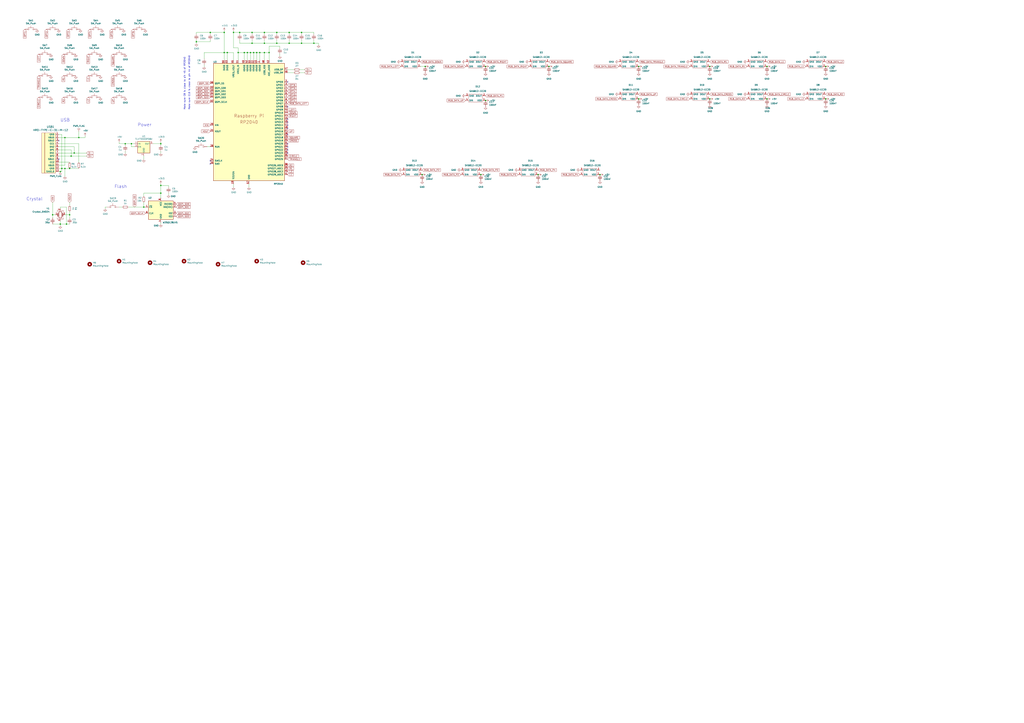
<source format=kicad_sch>
(kicad_sch (version 20211123) (generator eeschema)
  (paper "A1")
  (lib_symbols
    (symbol "Custom_LED:SK6812-20"
      (property "Reference" "D" (at 0 -10.16 0))
      (property "Value" "SK6812-20" (at 0 0 0))
      (symbol "SK6812-20_1_1"
        (pin power_in line (at 8.89 -7.62 180) (length 2.54) (name "VDD") (number "1"))
        (pin output line (at 8.89 -3.81 180) (length 2.54) (name "DOUT") (number "2"))
        (pin power_out line (at -7.62 -3.81 0) (length 2.54) (name "GND") (number "3"))
        (pin input line (at -7.62 -7.62 0) (length 2.54) (name "DIN") (number "4"))
      )
    )
    (symbol "Device:C_Small" (pin_numbers hide) (pin_names (offset 0.254) hide)
      (property "Reference" "C" (at 0.254 1.778 0))
      (property "Value" "C_Small" (at 0.254 -2.032 0))
      (symbol "C_Small_1_1"
        (pin passive line (at 0 2.54 270) (length 2.032) (name "~") (number "1"))
        (pin passive line (at 0 -2.54 90) (length 2.032) (name "~") (number "2"))
      )
    )
    (symbol "Device:Crystal_GND24" (pin_names (offset 1.016) hide)
      (property "Reference" "Y" (at 3.175 5.08 0))
      (property "Value" "Crystal_GND24" (at 3.175 3.175 0))
      (symbol "Crystal_GND24_1_1"
        (pin passive line (at -3.81 0 0) (length 1.27) (name "1") (number "1"))
        (pin passive line (at 0 5.08 270) (length 1.27) (name "2") (number "2"))
        (pin passive line (at 3.81 0 180) (length 1.27) (name "3") (number "3"))
        (pin passive line (at 0 -5.08 90) (length 1.27) (name "4") (number "4"))
      )
    )
    (symbol "Device:R_Small" (pin_numbers hide) (pin_names (offset 0.254) hide)
      (property "Reference" "R" (at 0.762 0.508 0))
      (property "Value" "R_Small" (at 0.762 -1.016 0))
      (symbol "R_Small_1_1"
        (pin passive line (at 0 2.54 270) (length 0.762) (name "~") (number "1"))
        (pin passive line (at 0 -2.54 90) (length 0.762) (name "~") (number "2"))
      )
    )
    (symbol "Mechanical:MountingHole" (pin_names (offset 1.016))
      (property "Reference" "H" (at 0 5.08 0))
      (property "Value" "MountingHole" (at 0 3.175 0))
    )
    (symbol "Memory_Flash:W25Q128JVS"
      (property "Reference" "U" (at -8.89 8.89 0))
      (property "Value" "W25Q128JVS" (at 7.62 8.89 0))
      (symbol "W25Q128JVS_1_1"
        (pin input line (at -12.7 2.54 0) (length 2.54) (name "~{CS}") (number "1"))
        (pin bidirectional line (at 12.7 2.54 180) (length 2.54) (name "DO(IO1)") (number "2"))
        (pin bidirectional line (at 12.7 -2.54 180) (length 2.54) (name "IO2") (number "3"))
        (pin power_in line (at 0 -10.16 90) (length 2.54) (name "GND") (number "4"))
        (pin bidirectional line (at 12.7 5.08 180) (length 2.54) (name "DI(IO0)") (number "5"))
        (pin input line (at -12.7 -2.54 0) (length 2.54) (name "CLK") (number "6"))
        (pin bidirectional line (at 12.7 -5.08 180) (length 2.54) (name "IO3") (number "7"))
        (pin power_in line (at 0 10.16 270) (length 2.54) (name "VCC") (number "8"))
      )
    )
    (symbol "RP2040:RP2040" (pin_names (offset 1.016))
      (property "Reference" "U" (at -29.21 49.53 0))
      (property "Value" "RP2040" (at 24.13 -49.53 0))
      (symbol "RP2040_0_0"
        (text "Raspberry Pi" (at 0 5.08 0) (effects (font (size 2.54 2.54))))
        (text "RP2040" (at 0 0 0) (effects (font (size 2.54 2.54))))
      )
      (symbol "RP2040_1_1"
        (pin power_in line (at 8.89 50.8 270) (length 2.54) (name "IOVDD") (number "1"))
        (pin power_in line (at 6.35 50.8 270) (length 2.54) (name "IOVDD") (number "10"))
        (pin bidirectional line (at 31.75 12.7 180) (length 2.54) (name "GPIO8") (number "11"))
        (pin bidirectional line (at 31.75 10.16 180) (length 2.54) (name "GPIO9") (number "12"))
        (pin bidirectional line (at 31.75 7.62 180) (length 2.54) (name "GPIO10") (number "13"))
        (pin bidirectional line (at 31.75 5.08 180) (length 2.54) (name "GPIO11") (number "14"))
        (pin bidirectional line (at 31.75 2.54 180) (length 2.54) (name "GPIO12") (number "15"))
        (pin bidirectional line (at 31.75 0 180) (length 2.54) (name "GPIO13") (number "16"))
        (pin bidirectional line (at 31.75 -2.54 180) (length 2.54) (name "GPIO14") (number "17"))
        (pin bidirectional line (at 31.75 -5.08 180) (length 2.54) (name "GPIO15") (number "18"))
        (pin passive line (at -12.7 -50.8 90) (length 2.54) (name "TESTEN") (number "19"))
        (pin bidirectional line (at 31.75 33.02 180) (length 2.54) (name "GPIO0") (number "2"))
        (pin input line (at -31.75 -2.54 0) (length 2.54) (name "XIN") (number "20"))
        (pin passive line (at -31.75 -7.62 0) (length 2.54) (name "XOUT") (number "21"))
        (pin power_in line (at 3.81 50.8 270) (length 2.54) (name "IOVDD") (number "22"))
        (pin power_in line (at -17.78 50.8 270) (length 2.54) (name "DVDD") (number "23"))
        (pin output line (at -31.75 -31.75 0) (length 2.54) (name "SWCLK") (number "24"))
        (pin bidirectional line (at -31.75 -34.29 0) (length 2.54) (name "SWD") (number "25"))
        (pin input line (at -31.75 -20.32 0) (length 2.54) (name "RUN") (number "26"))
        (pin bidirectional line (at 31.75 -7.62 180) (length 2.54) (name "GPIO16") (number "27"))
        (pin bidirectional line (at 31.75 -10.16 180) (length 2.54) (name "GPIO17") (number "28"))
        (pin bidirectional line (at 31.75 -12.7 180) (length 2.54) (name "GPIO18") (number "29"))
        (pin bidirectional line (at 31.75 30.48 180) (length 2.54) (name "GPIO1") (number "3"))
        (pin bidirectional line (at 31.75 -15.24 180) (length 2.54) (name "GPIO19") (number "30"))
        (pin bidirectional line (at 31.75 -17.78 180) (length 2.54) (name "GPIO20") (number "31"))
        (pin bidirectional line (at 31.75 -20.32 180) (length 2.54) (name "GPIO21") (number "32"))
        (pin power_in line (at 1.27 50.8 270) (length 2.54) (name "IOVDD") (number "33"))
        (pin bidirectional line (at 31.75 -22.86 180) (length 2.54) (name "GPIO22") (number "34"))
        (pin bidirectional line (at 31.75 -25.4 180) (length 2.54) (name "GPIO23") (number "35"))
        (pin bidirectional line (at 31.75 -27.94 180) (length 2.54) (name "GPIO24") (number "36"))
        (pin bidirectional line (at 31.75 -30.48 180) (length 2.54) (name "GPIO25") (number "37"))
        (pin bidirectional line (at 31.75 -35.56 180) (length 2.54) (name "GPIO26_ADC0") (number "38"))
        (pin bidirectional line (at 31.75 -38.1 180) (length 2.54) (name "GPIO27_ADC1") (number "39"))
        (pin bidirectional line (at 31.75 27.94 180) (length 2.54) (name "GPIO2") (number "4"))
        (pin bidirectional line (at 31.75 -40.64 180) (length 2.54) (name "GPIO28_ADC2") (number "40"))
        (pin bidirectional line (at 31.75 -43.18 180) (length 2.54) (name "GPIO29_ADC3") (number "41"))
        (pin power_in line (at -1.27 50.8 270) (length 2.54) (name "IOVDD") (number "42"))
        (pin power_in line (at 16.51 50.8 270) (length 2.54) (name "ADC_AVDD") (number "43"))
        (pin power_in line (at -8.89 50.8 270) (length 2.54) (name "VREG_IN") (number "44"))
        (pin power_out line (at -12.7 50.8 270) (length 2.54) (name "VREG_VOUT") (number "45"))
        (pin bidirectional line (at 31.75 40.64 180) (length 2.54) (name "USB_DM") (number "46"))
        (pin bidirectional line (at 31.75 43.18 180) (length 2.54) (name "USB_DP") (number "47"))
        (pin power_in line (at 12.7 50.8 270) (length 2.54) (name "USB_VDD") (number "48"))
        (pin power_in line (at -3.81 50.8 270) (length 2.54) (name "IOVDD") (number "49"))
        (pin bidirectional line (at 31.75 25.4 180) (length 2.54) (name "GPIO3") (number "5"))
        (pin power_in line (at -20.32 50.8 270) (length 2.54) (name "DVDD") (number "50"))
        (pin bidirectional line (at -31.75 20.32 0) (length 2.54) (name "QSPI_SD3") (number "51"))
        (pin output line (at -31.75 16.51 0) (length 2.54) (name "QSPI_SCLK") (number "52"))
        (pin bidirectional line (at -31.75 27.94 0) (length 2.54) (name "QSPI_SD0") (number "53"))
        (pin bidirectional line (at -31.75 22.86 0) (length 2.54) (name "QSPI_SD2") (number "54"))
        (pin bidirectional line (at -31.75 25.4 0) (length 2.54) (name "QSPI_SD1") (number "55"))
        (pin bidirectional line (at -31.75 31.75 0) (length 2.54) (name "QSPI_SS") (number "56"))
        (pin power_in line (at 0 -50.8 90) (length 2.54) (name "GND") (number "57"))
        (pin bidirectional line (at 31.75 22.86 180) (length 2.54) (name "GPIO4") (number "6"))
        (pin bidirectional line (at 31.75 20.32 180) (length 2.54) (name "GPIO5") (number "7"))
        (pin bidirectional line (at 31.75 17.78 180) (length 2.54) (name "GPIO6") (number "8"))
        (pin bidirectional line (at 31.75 15.24 180) (length 2.54) (name "GPIO7") (number "9"))
      )
    )
    (symbol "Regulator_Linear:TLV73333PDBV" (pin_names (offset 0.254))
      (property "Reference" "U" (at -3.81 5.715 0))
      (property "Value" "TLV73333PDBV" (at 0 5.715 0))
      (symbol "TLV73333PDBV_1_1"
        (pin power_in line (at -7.62 2.54 0) (length 2.54) (name "IN") (number "1"))
        (pin power_in line (at 0 -7.62 90) (length 2.54) (name "GND") (number "2"))
        (pin input line (at -7.62 0 0) (length 2.54) (name "EN") (number "3"))
        (pin no_connect line (at 5.08 0 180) (length 2.54) hide (name "NC") (number "4"))
        (pin power_out line (at 7.62 2.54 180) (length 2.54) (name "OUT") (number "5"))
      )
    )
    (symbol "Switch:SW_Push" (pin_numbers hide) (pin_names (offset 1.016) hide)
      (property "Reference" "SW" (at 1.27 2.54 0))
      (property "Value" "SW_Push" (at 0 -1.524 0))
      (symbol "SW_Push_0_1"
        (pin passive line (at -5.08 0 0) (length 2.54) (name "1") (number "1"))
        (pin passive line (at 5.08 0 180) (length 2.54) (name "2") (number "2"))
      )
    )
    (symbol "Type-C:HRO-TYPE-C-31-M-12" (pin_names (offset 1.016))
      (property "Reference" "USB" (at -5.08 16.51 0))
      (property "Value" "HRO-TYPE-C-31-M-12" (at -10.16 -1.27 90))
      (symbol "HRO-TYPE-C-31-M-12_1_1"
        (pin input line (at 2.54 13.97 180) (length 2.54) (name "GND") (number "1"))
        (pin input line (at 2.54 -8.89 180) (length 2.54) (name "CC2") (number "10"))
        (pin input line (at 2.54 -11.43 180) (length 2.54) (name "VBUS") (number "11"))
        (pin input line (at 2.54 -13.97 180) (length 2.54) (name "GND") (number "12"))
        (pin input line (at 2.54 -16.51 180) (length 2.54) (name "SHIELD") (number "13"))
        (pin input line (at 2.54 11.43 180) (length 2.54) (name "VBUS") (number "2"))
        (pin input line (at 2.54 8.89 180) (length 2.54) (name "SBU2") (number "3"))
        (pin input line (at 2.54 6.35 180) (length 2.54) (name "CC1") (number "4"))
        (pin input line (at 2.54 3.81 180) (length 2.54) (name "DN2") (number "5"))
        (pin input line (at 2.54 1.27 180) (length 2.54) (name "DP1") (number "6"))
        (pin input line (at 2.54 -1.27 180) (length 2.54) (name "DN1") (number "7"))
        (pin input line (at 2.54 -3.81 180) (length 2.54) (name "DP2") (number "8"))
        (pin input line (at 2.54 -6.35 180) (length 2.54) (name "SBU1") (number "9"))
      )
    )
    (symbol "power:+1V1" (power) (pin_names (offset 0))
      (property "Value" "+1V1" (at 0 3.556 0))
      (symbol "+1V1_1_1"
        (pin power_in line (at 0 0 90) (length 0) hide (name "+1V1") (number "1"))
      )
    )
    (symbol "power:+3V3" (power) (pin_names (offset 0))
      (property "Value" "+3V3" (at 0 3.556 0))
      (symbol "+3V3_1_1"
        (pin power_in line (at 0 0 90) (length 0) hide (name "+3V3") (number "1"))
      )
    )
    (symbol "power:+5V" (power) (pin_names (offset 0))
      (property "Value" "+5V" (at 0 3.556 0))
      (symbol "+5V_1_1"
        (pin power_in line (at 0 0 90) (length 0) hide (name "+5V") (number "1"))
      )
    )
    (symbol "power:GND" (power) (pin_names (offset 0))
      (property "Value" "GND" (at 0 -3.81 0))
      (symbol "GND_1_1"
        (pin power_in line (at 0 0 270) (length 0) hide (name "GND") (number "1"))
      )
    )
    (symbol "power:PWR_FLAG" (power) (pin_numbers hide) (pin_names (offset 0) hide)
      (property "Value" "PWR_FLAG" (at 0 3.81 0))
      (symbol "PWR_FLAG_0_0"
        (pin power_out line (at 0 0 90) (length 0) (name "pwr") (number "1"))
      )
    )
  )
  (junction (at 196.85 26.67))
  (junction (at 203.2 43.18))
  (junction (at 49.53 140.97))
  (junction (at 207.01 35.56))
  (junction (at 118.11 170.18))
  (junction (at 200.66 43.18))
  (junction (at 107.95 118.11))
  (junction (at 441.96 143.51))
  (junction (at 492.76 143.51))
  (junction (at 205.74 43.18))
  (junction (at 50.8 138.43))
  (junction (at 161.29 34.29))
  (junction (at 394.97 143.51))
  (junction (at 524.51 54.61))
  (junction (at 53.34 138.43))
  (junction (at 398.78 82.55))
  (junction (at 257.81 35.56))
  (junction (at 191.77 26.67))
  (junction (at 217.17 35.56))
  (junction (at 346.71 143.51))
  (junction (at 227.33 35.56))
  (junction (at 678.18 54.61))
  (junction (at 237.49 35.56))
  (junction (at 247.65 35.56))
  (junction (at 43.18 176.53))
  (junction (at 53.34 113.03))
  (junction (at 210.82 43.18))
  (junction (at 582.93 81.28))
  (junction (at 132.08 158.75))
  (junction (at 195.58 43.18))
  (junction (at 349.25 54.61))
  (junction (at 49.53 184.15))
  (junction (at 227.33 26.67))
  (junction (at 220.98 43.18))
  (junction (at 184.15 43.18))
  (junction (at 207.01 26.67))
  (junction (at 60.96 125.73))
  (junction (at 217.17 43.18))
  (junction (at 629.92 54.61))
  (junction (at 57.15 138.43))
  (junction (at 132.08 152.4))
  (junction (at 217.17 26.67))
  (junction (at 64.77 113.03))
  (junction (at 102.87 118.11))
  (junction (at 184.15 26.67))
  (junction (at 524.51 81.28))
  (junction (at 186.69 43.18))
  (junction (at 237.49 26.67))
  (junction (at 132.08 118.11))
  (junction (at 450.85 54.61))
  (junction (at 58.42 128.27))
  (junction (at 398.78 54.61))
  (junction (at 247.65 26.67))
  (junction (at 213.36 43.18))
  (junction (at 54.61 184.15))
  (junction (at 172.72 26.67))
  (junction (at 629.92 81.28))
  (junction (at 57.15 176.53))
  (junction (at 678.18 81.28))
  (junction (at 582.93 54.61))
  (junction (at 208.28 43.18))
  (no_connect (at 236.22 125.73))
  (no_connect (at 236.22 118.11))
  (no_connect (at 236.22 97.79))
  (no_connect (at 236.22 105.41))
  (no_connect (at 48.26 130.81))
  (no_connect (at 236.22 67.31))
  (no_connect (at 236.22 100.33))
  (no_connect (at 236.22 110.49))
  (no_connect (at 236.22 102.87))
  (no_connect (at 172.72 134.62))
  (no_connect (at 236.22 120.65))
  (no_connect (at 48.26 115.57))
  (no_connect (at 172.72 132.08))
  (no_connect (at 236.22 87.63))
  (no_connect (at 236.22 123.19))
  (wire (pts (xy 247.65 26.67) (xy 257.81 26.67)))
  (wire (pts (xy 195.58 49.53) (xy 195.58 43.18)))
  (wire (pts (xy 49.53 184.15) (xy 49.53 185.42)))
  (wire (pts (xy 195.58 43.18) (xy 195.58 39.37)))
  (wire (pts (xy 227.33 27.94) (xy 227.33 26.67)))
  (wire (pts (xy 53.34 144.78) (xy 53.34 138.43)))
  (wire (pts (xy 57.15 176.53) (xy 57.15 179.07)))
  (wire (pts (xy 172.72 26.67) (xy 184.15 26.67)))
  (wire (pts (xy 50.8 140.97) (xy 49.53 140.97)))
  (wire (pts (xy 167.64 53.34) (xy 167.64 54.61)))
  (wire (pts (xy 102.87 118.11) (xy 107.95 118.11)))
  (wire (pts (xy 43.18 166.37) (xy 43.18 176.53)))
  (wire (pts (xy 53.34 113.03) (xy 53.34 135.89)))
  (wire (pts (xy 118.11 161.29) (xy 118.11 158.75)))
  (wire (pts (xy 191.77 43.18) (xy 191.77 49.53)))
  (wire (pts (xy 43.18 176.53) (xy 43.18 179.07)))
  (wire (pts (xy 64.77 113.03) (xy 69.85 113.03)))
  (wire (pts (xy 132.08 158.75) (xy 132.08 152.4)))
  (wire (pts (xy 217.17 26.67) (xy 227.33 26.67)))
  (wire (pts (xy 43.18 184.15) (xy 49.53 184.15)))
  (wire (pts (xy 207.01 27.94) (xy 207.01 26.67)))
  (wire (pts (xy 210.82 43.18) (xy 213.36 43.18)))
  (wire (pts (xy 50.8 110.49) (xy 50.8 138.43)))
  (wire (pts (xy 200.66 49.53) (xy 200.66 43.18)))
  (wire (pts (xy 48.26 125.73) (xy 60.96 125.73)))
  (wire (pts (xy 138.43 158.75) (xy 138.43 160.02)))
  (wire (pts (xy 227.33 33.02) (xy 227.33 35.56)))
  (wire (pts (xy 172.72 27.94) (xy 172.72 26.67)))
  (wire (pts (xy 161.29 34.29) (xy 161.29 35.56)))
  (wire (pts (xy 53.34 113.03) (xy 64.77 113.03)))
  (wire (pts (xy 208.28 49.53) (xy 208.28 43.18)))
  (wire (pts (xy 247.65 33.02) (xy 247.65 35.56)))
  (wire (pts (xy 191.77 39.37) (xy 191.77 26.67)))
  (wire (pts (xy 191.77 25.4) (xy 191.77 26.67)))
  (wire (pts (xy 58.42 123.19) (xy 58.42 128.27)))
  (wire (pts (xy 110.49 118.11) (xy 107.95 118.11)))
  (wire (pts (xy 49.53 140.97) (xy 48.26 140.97)))
  (wire (pts (xy 246.38 57.15) (xy 250.19 57.15)))
  (wire (pts (xy 167.64 48.26) (xy 167.64 43.18)))
  (wire (pts (xy 69.85 113.03) (xy 69.85 111.76)))
  (wire (pts (xy 161.29 33.02) (xy 161.29 34.29)))
  (wire (pts (xy 207.01 35.56) (xy 217.17 35.56)))
  (wire (pts (xy 64.77 138.43) (xy 57.15 138.43)))
  (wire (pts (xy 191.77 151.13) (xy 191.77 153.67)))
  (wire (pts (xy 53.34 138.43) (xy 57.15 138.43)))
  (wire (pts (xy 227.33 26.67) (xy 237.49 26.67)))
  (wire (pts (xy 227.33 35.56) (xy 237.49 35.56)))
  (wire (pts (xy 210.82 49.53) (xy 210.82 43.18)))
  (wire (pts (xy 217.17 27.94) (xy 217.17 26.67)))
  (wire (pts (xy 196.85 27.94) (xy 196.85 26.67)))
  (wire (pts (xy 48.26 120.65) (xy 60.96 120.65)))
  (wire (pts (xy 213.36 43.18) (xy 217.17 43.18)))
  (wire (pts (xy 217.17 43.18) (xy 220.98 43.18)))
  (wire (pts (xy 220.98 38.1) (xy 220.98 43.18)))
  (wire (pts (xy 107.95 120.65) (xy 107.95 118.11)))
  (wire (pts (xy 48.26 123.19) (xy 58.42 123.19)))
  (wire (pts (xy 161.29 34.29) (xy 172.72 34.29)))
  (wire (pts (xy 204.47 151.13) (xy 204.47 153.67)))
  (wire (pts (xy 257.81 35.56) (xy 261.62 35.56)))
  (wire (pts (xy 54.61 184.15) (xy 49.53 184.15)))
  (wire (pts (xy 64.77 118.11) (xy 64.77 133.35)))
  (wire (pts (xy 86.36 170.18) (xy 87.63 170.18)))
  (wire (pts (xy 207.01 35.56) (xy 196.85 35.56)))
  (wire (pts (xy 49.53 170.18) (xy 54.61 170.18)))
  (wire (pts (xy 54.61 170.18) (xy 54.61 184.15)))
  (wire (pts (xy 102.87 124.46) (xy 102.87 125.73)))
  (wire (pts (xy 220.98 43.18) (xy 220.98 49.53)))
  (wire (pts (xy 48.26 128.27) (xy 58.42 128.27)))
  (wire (pts (xy 207.01 33.02) (xy 207.01 35.56)))
  (wire (pts (xy 161.29 27.94) (xy 161.29 26.67)))
  (wire (pts (xy 257.81 27.94) (xy 257.81 26.67)))
  (wire (pts (xy 203.2 49.53) (xy 203.2 43.18)))
  (wire (pts (xy 132.08 152.4) (xy 138.43 152.4)))
  (wire (pts (xy 257.81 33.02) (xy 257.81 35.56)))
  (wire (pts (xy 196.85 26.67) (xy 207.01 26.67)))
  (wire (pts (xy 48.26 113.03) (xy 53.34 113.03)))
  (wire (pts (xy 132.08 158.75) (xy 132.08 162.56)))
  (wire (pts (xy 97.79 118.11) (xy 97.79 116.84)))
  (wire (pts (xy 97.79 170.18) (xy 100.33 170.18)))
  (wire (pts (xy 71.12 128.27) (xy 58.42 128.27)))
  (wire (pts (xy 118.11 166.37) (xy 118.11 170.18)))
  (wire (pts (xy 205.74 49.53) (xy 205.74 43.18)))
  (wire (pts (xy 125.73 118.11) (xy 132.08 118.11)))
  (wire (pts (xy 53.34 135.89) (xy 48.26 135.89)))
  (wire (pts (xy 48.26 118.11) (xy 64.77 118.11)))
  (wire (pts (xy 57.15 184.15) (xy 54.61 184.15)))
  (wire (pts (xy 237.49 35.56) (xy 247.65 35.56)))
  (wire (pts (xy 196.85 33.02) (xy 196.85 35.56)))
  (wire (pts (xy 229.87 44.45) (xy 229.87 45.72)))
  (wire (pts (xy 191.77 26.67) (xy 196.85 26.67)))
  (wire (pts (xy 161.29 26.67) (xy 172.72 26.67)))
  (wire (pts (xy 345.44 54.61) (xy 349.25 54.61)))
  (wire (pts (xy 49.53 171.45) (xy 49.53 170.18)))
  (wire (pts (xy 138.43 152.4) (xy 138.43 153.67)))
  (wire (pts (xy 246.38 59.69) (xy 250.19 59.69)))
  (wire (pts (xy 217.17 49.53) (xy 217.17 43.18)))
  (wire (pts (xy 195.58 43.18) (xy 200.66 43.18)))
  (wire (pts (xy 86.36 170.18) (xy 86.36 171.45)))
  (wire (pts (xy 53.34 176.53) (xy 57.15 176.53)))
  (wire (pts (xy 118.11 128.27) (xy 118.11 130.81)))
  (wire (pts (xy 48.26 110.49) (xy 50.8 110.49)))
  (wire (pts (xy 229.87 39.37) (xy 229.87 38.1)))
  (wire (pts (xy 57.15 176.53) (xy 57.15 173.99)))
  (wire (pts (xy 217.17 33.02) (xy 217.17 35.56)))
  (wire (pts (xy 207.01 26.67) (xy 217.17 26.67)))
  (wire (pts (xy 200.66 43.18) (xy 203.2 43.18)))
  (wire (pts (xy 132.08 124.46) (xy 132.08 125.73)))
  (wire (pts (xy 97.79 118.11) (xy 102.87 118.11)))
  (wire (pts (xy 132.08 152.4) (xy 132.08 151.13)))
  (wire (pts (xy 50.8 138.43) (xy 50.8 140.97)))
  (wire (pts (xy 170.18 120.65) (xy 172.72 120.65)))
  (wire (pts (xy 236.22 57.15) (xy 241.3 57.15)))
  (wire (pts (xy 48.26 133.35) (xy 57.15 133.35)))
  (wire (pts (xy 186.69 43.18) (xy 191.77 43.18)))
  (wire (pts (xy 186.69 43.18) (xy 186.69 49.53)))
  (wire (pts (xy 110.49 120.65) (xy 107.95 120.65)))
  (wire (pts (xy 208.28 43.18) (xy 210.82 43.18)))
  (wire (pts (xy 237.49 27.94) (xy 237.49 26.67)))
  (wire (pts (xy 203.2 43.18) (xy 205.74 43.18)))
  (wire (pts (xy 237.49 33.02) (xy 237.49 35.56)))
  (wire (pts (xy 105.41 170.18) (xy 118.11 170.18)))
  (wire (pts (xy 45.72 176.53) (xy 43.18 176.53)))
  (wire (pts (xy 102.87 119.38) (xy 102.87 118.11)))
  (wire (pts (xy 184.15 43.18) (xy 184.15 49.53)))
  (wire (pts (xy 57.15 168.91) (xy 57.15 166.37)))
  (wire (pts (xy 195.58 39.37) (xy 191.77 39.37)))
  (wire (pts (xy 213.36 49.53) (xy 213.36 43.18)))
  (wire (pts (xy 247.65 27.94) (xy 247.65 26.67)))
  (wire (pts (xy 48.26 138.43) (xy 50.8 138.43)))
  (wire (pts (xy 184.15 25.4) (xy 184.15 26.67)))
  (wire (pts (xy 60.96 120.65) (xy 60.96 125.73)))
  (wire (pts (xy 172.72 34.29) (xy 172.72 33.02)))
  (wire (pts (xy 220.98 38.1) (xy 229.87 38.1)))
  (wire (pts (xy 184.15 26.67) (xy 184.15 43.18)))
  (wire (pts (xy 132.08 182.88) (xy 132.08 184.15)))
  (wire (pts (xy 132.08 118.11) (xy 132.08 119.38)))
  (wire (pts (xy 132.08 116.84) (xy 132.08 118.11)))
  (wire (pts (xy 217.17 35.56) (xy 227.33 35.56)))
  (wire (pts (xy 118.11 158.75) (xy 132.08 158.75)))
  (wire (pts (xy 49.53 181.61) (xy 49.53 184.15)))
  (wire (pts (xy 261.62 35.56) (xy 261.62 36.83)))
  (wire (pts (xy 118.11 170.18) (xy 119.38 170.18)))
  (wire (pts (xy 247.65 35.56) (xy 257.81 35.56)))
  (wire (pts (xy 184.15 43.18) (xy 186.69 43.18)))
  (wire (pts (xy 205.74 43.18) (xy 208.28 43.18)))
  (wire (pts (xy 64.77 107.95) (xy 64.77 113.03)))
  (wire (pts (xy 236.22 59.69) (xy 241.3 59.69)))
  (wire (pts (xy 50.8 138.43) (xy 53.34 138.43)))
  (wire (pts (xy 237.49 26.67) (xy 247.65 26.67)))
  (wire (pts (xy 71.12 125.73) (xy 60.96 125.73)))
  (wire (pts (xy 167.64 43.18) (xy 184.15 43.18)))
  (text "USB" (at 49.53 100.33 0) (effects (font (size 2.54 2.54)) (justify left bottom)))
  (text "Power" (at 113.03 104.14 0) (effects (font (size 2.54 2.54)) (justify left bottom)))
  (text "Make sure C8 is close to pin 45 of RP2040" (at 152.4 90.17 90) (effects (font (size 1.27 1.27)) (justify left bottom)))
  (text "Make sure C10 is close to pin 44 of RP2040" (at 156.21 90.17 90) (effects (font (size 1.27 1.27)) (justify left bottom)))
  (text "Flash" (at 93.98 154.94 0) (effects (font (size 2.54 2.54)) (justify left bottom)))
  (text "Crystal" (at 21.59 165.1 0) (effects (font (size 2.54 2.54)) (justify left bottom)))
  (global_label "LEFT" (shape input) (at 236.22 90.17 0) (property "Intersheet References" "${INTERSHEET_REFS}" (effects hide)))
  (global_label "OPT2" (shape input) (at 38.1 24.13 270) (property "Intersheet References" "${INTERSHEET_REFS}" (effects hide)))
  (global_label "RGB_DATA_L2" (shape input) (at 678.18 50.8 0) (property "Intersheet References" "${INTERSHEET_REFS}" (effects hide)))
  (global_label "RGB_DATA_DOWN" (shape input) (at 345.44 50.8 0) (property "Intersheet References" "${INTERSHEET_REFS}" (effects hide)))
  (global_label "XIN" (shape input) (at 172.72 102.87 180) (property "Intersheet References" "${INTERSHEET_REFS}" (effects hide)))
  (global_label "RGB_DATA_CIRCLE" (shape input) (at 566.42 81.28 180) (property "Intersheet References" "${INTERSHEET_REFS}" (effects hide)))
  (global_label "RGB_DATA_R1" (shape input) (at 613.41 54.61 180) (property "Intersheet References" "${INTERSHEET_REFS}" (effects hide)))
  (global_label "RGB_DATA_P3" (shape input) (at 394.97 139.7 0) (property "Intersheet References" "${INTERSHEET_REFS}" (effects hide)))
  (global_label "XOUT" (shape input) (at 57.15 166.37 90) (property "Intersheet References" "${INTERSHEET_REFS}" (effects hide)))
  (global_label "CROSS" (shape input) (at 236.22 115.57 0) (property "Intersheet References" "${INTERSHEET_REFS}" (effects hide)))
  (global_label "CIRCLE" (shape input) (at 31.75 80.01 270) (property "Intersheet References" "${INTERSHEET_REFS}" (effects hide)))
  (global_label "R2" (shape input) (at 52.07 80.01 270) (property "Intersheet References" "${INTERSHEET_REFS}" (effects hide)))
  (global_label "RGB_DATA_P3" (shape input) (at 425.45 143.51 180) (property "Intersheet References" "${INTERSHEET_REFS}" (effects hide)))
  (global_label "RGB_DATA_R2" (shape input) (at 613.41 81.28 180) (property "Intersheet References" "${INTERSHEET_REFS}" (effects hide)))
  (global_label "OPT1" (shape input) (at 236.22 82.55 0) (property "Intersheet References" "${INTERSHEET_REFS}" (effects hide)))
  (global_label "RGB_DATA_P2" (shape input) (at 378.46 143.51 180) (property "Intersheet References" "${INTERSHEET_REFS}" (effects hide)))
  (global_label "RGB_DATA_R2" (shape input) (at 678.18 77.47 0) (property "Intersheet References" "${INTERSHEET_REFS}" (effects hide)))
  (global_label "D-" (shape input) (at 71.12 125.73 0) (property "Intersheet References" "${INTERSHEET_REFS}" (effects hide)))
  (global_label "OPT2" (shape input) (at 236.22 80.01 0) (property "Intersheet References" "${INTERSHEET_REFS}" (effects hide)))
  (global_label "RGB_DATA_CROSS" (shape input) (at 508 81.28 180) (property "Intersheet References" "${INTERSHEET_REFS}" (effects hide)))
  (global_label "QSPI_SD1" (shape input) (at 144.78 170.18 0) (property "Intersheet References" "${INTERSHEET_REFS}" (effects hide)))
  (global_label "OPT5" (shape input) (at 236.22 72.39 0) (property "Intersheet References" "${INTERSHEET_REFS}" (effects hide)))
  (global_label "RGB_DATA_UP" (shape input) (at 524.51 77.47 0) (property "Intersheet References" "${INTERSHEET_REFS}" (effects hide)))
  (global_label "OPT4" (shape input) (at 73.66 24.13 270) (property "Intersheet References" "${INTERSHEET_REFS}" (effects hide)))
  (global_label "RGB_DATA_DOWN" (shape input) (at 382.27 54.61 180) (property "Intersheet References" "${INTERSHEET_REFS}" (effects hide)))
  (global_label "RGB_DATA_L1" (shape input) (at 629.92 50.8 0) (property "Intersheet References" "${INTERSHEET_REFS}" (effects hide)))
  (global_label "L1" (shape input) (at 236.22 143.51 0) (property "Intersheet References" "${INTERSHEET_REFS}" (effects hide)))
  (global_label "OPT3" (shape input) (at 236.22 77.47 0) (property "Intersheet References" "${INTERSHEET_REFS}" (effects hide)))
  (global_label "TRIANGLE" (shape input) (at 31.75 62.23 270) (property "Intersheet References" "${INTERSHEET_REFS}" (effects hide)))
  (global_label "RBG_DATA_TRIANGLE" (shape input) (at 524.51 50.8 0) (property "Intersheet References" "${INTERSHEET_REFS}" (effects hide)))
  (global_label "QSPI_SD2" (shape input) (at 172.72 77.47 180) (property "Intersheet References" "${INTERSHEET_REFS}" (effects hide)))
  (global_label "RGB_DATA_P1" (shape input) (at 330.2 143.51 180) (property "Intersheet References" "${INTERSHEET_REFS}" (effects hide)))
  (global_label "RGB_DATA_SQUARE" (shape input) (at 508 54.61 180) (property "Intersheet References" "${INTERSHEET_REFS}" (effects hide)))
  (global_label "D-" (shape input) (at 250.19 59.69 0) (property "Intersheet References" "${INTERSHEET_REFS}" (effects hide)))
  (global_label "RGB_DATA_LEFT" (shape input) (at 328.93 54.61 180) (property "Intersheet References" "${INTERSHEET_REFS}" (effects hide)))
  (global_label "QSPI_SD0" (shape input) (at 172.72 72.39 180) (property "Intersheet References" "${INTERSHEET_REFS}" (effects hide)))
  (global_label "L1" (shape input) (at 72.39 62.23 270) (property "Intersheet References" "${INTERSHEET_REFS}" (effects hide)))
  (global_label "UP" (shape input) (at 236.22 107.95 0) (property "Intersheet References" "${INTERSHEET_REFS}" (effects hide)))
  (global_label "RGB_DATA_CIRCLE" (shape input) (at 629.92 77.47 0) (property "Intersheet References" "${INTERSHEET_REFS}" (effects hide)))
  (global_label "D+" (shape input) (at 250.19 57.15 0) (property "Intersheet References" "${INTERSHEET_REFS}" (effects hide)))
  (global_label "RGB_DATA_UP" (shape input) (at 382.27 82.55 180) (property "Intersheet References" "${INTERSHEET_REFS}" (effects hide)))
  (global_label "CROSS" (shape input) (at 92.71 62.23 270) (property "Intersheet References" "${INTERSHEET_REFS}" (effects hide)))
  (global_label "RGB_DATA_TRIANGLE" (shape input) (at 566.42 54.61 180) (property "Intersheet References" "${INTERSHEET_REFS}" (effects hide)))
  (global_label "RGB_DATA_RIGHT" (shape input) (at 434.34 54.61 180) (property "Intersheet References" "${INTERSHEET_REFS}" (effects hide)))
  (global_label "R1" (shape input) (at 52.07 62.23 270) (property "Intersheet References" "${INTERSHEET_REFS}" (effects hide)))
  (global_label "R2" (shape input) (at 236.22 135.89 0) (property "Intersheet References" "${INTERSHEET_REFS}" (effects hide)))
  (global_label "CIRCLE" (shape input) (at 236.22 128.27 0) (property "Intersheet References" "${INTERSHEET_REFS}" (effects hide)))
  (global_label "OPT5" (shape input) (at 91.44 24.13 270) (property "Intersheet References" "${INTERSHEET_REFS}" (effects hide)))
  (global_label "SQUARE" (shape input) (at 236.22 113.03 0) (property "Intersheet References" "${INTERSHEET_REFS}" (effects hide)))
  (global_label "L2" (shape input) (at 72.39 80.01 270) (property "Intersheet References" "${INTERSHEET_REFS}" (effects hide)))
  (global_label "SQUARE" (shape input) (at 92.71 44.45 270) (property "Intersheet References" "${INTERSHEET_REFS}" (effects hide)))
  (global_label "R1" (shape input) (at 236.22 138.43 0) (property "Intersheet References" "${INTERSHEET_REFS}" (effects hide)))
  (global_label "D+" (shape input) (at 71.12 128.27 0) (property "Intersheet References" "${INTERSHEET_REFS}" (effects hide)))
  (global_label "OPT3" (shape input) (at 55.88 24.13 270) (property "Intersheet References" "${INTERSHEET_REFS}" (effects hide)))
  (global_label "RIGHT" (shape input) (at 72.39 44.45 270) (property "Intersheet References" "${INTERSHEET_REFS}" (effects hide)))
  (global_label "RGB_DATA_R1" (shape input) (at 582.93 50.8 0) (property "Intersheet References" "${INTERSHEET_REFS}" (effects hide)))
  (global_label "OPT6" (shape input) (at 109.22 24.13 270) (property "Intersheet References" "${INTERSHEET_REFS}" (effects hide)))
  (global_label "LEFT" (shape input) (at 31.75 44.45 270) (property "Intersheet References" "${INTERSHEET_REFS}" (effects hide)))
  (global_label "TRIANGLE" (shape input) (at 236.22 130.81 0) (property "Intersheet References" "${INTERSHEET_REFS}" (effects hide)))
  (global_label "RGB_DATA_L2" (shape input) (at 661.67 81.28 180) (property "Intersheet References" "${INTERSHEET_REFS}" (effects hide)))
  (global_label "XOUT" (shape input) (at 172.72 107.95 180) (property "Intersheet References" "${INTERSHEET_REFS}" (effects hide)))
  (global_label "QSPI_SS" (shape input) (at 110.49 170.18 90) (property "Intersheet References" "${INTERSHEET_REFS}" (effects hide)))
  (global_label "QSPI_SD1" (shape input) (at 172.72 74.93 180) (property "Intersheet References" "${INTERSHEET_REFS}" (effects hide)))
  (global_label "QSPI_SCLK" (shape input) (at 172.72 83.82 180) (property "Intersheet References" "${INTERSHEET_REFS}" (effects hide)))
  (global_label "QSPI_SD2" (shape input) (at 144.78 175.26 0) (property "Intersheet References" "${INTERSHEET_REFS}" (effects hide)))
  (global_label "UP" (shape input) (at 92.71 80.01 270) (property "Intersheet References" "${INTERSHEET_REFS}" (effects hide)))
  (global_label "RGB_DATA_RIGHT" (shape input) (at 398.78 50.8 0) (property "Intersheet References" "${INTERSHEET_REFS}" (effects hide)))
  (global_label "RGB_DATA_L1" (shape input) (at 661.67 54.61 180) (property "Intersheet References" "${INTERSHEET_REFS}" (effects hide)))
  (global_label "RGB_DATA_SQUARE" (shape input) (at 450.85 50.8 0) (property "Intersheet References" "${INTERSHEET_REFS}" (effects hide)))
  (global_label "L2" (shape input) (at 236.22 140.97 0) (property "Intersheet References" "${INTERSHEET_REFS}" (effects hide)))
  (global_label "RGB_DATA_P4" (shape input) (at 441.96 139.7 0) (property "Intersheet References" "${INTERSHEET_REFS}" (effects hide)))
  (global_label "RGB_DATA_P2" (shape input) (at 346.71 139.7 0) (property "Intersheet References" "${INTERSHEET_REFS}" (effects hide)))
  (global_label "XIN" (shape input) (at 43.18 166.37 90) (property "Intersheet References" "${INTERSHEET_REFS}" (effects hide)))
  (global_label "DOWN" (shape input) (at 52.07 44.45 270) (property "Intersheet References" "${INTERSHEET_REFS}" (effects hide)))
  (global_label "RGB_DATA_P1" (shape input) (at 398.78 78.74 0) (property "Intersheet References" "${INTERSHEET_REFS}" (effects hide)))
  (global_label "OPT6" (shape input) (at 236.22 69.85 0) (property "Intersheet References" "${INTERSHEET_REFS}" (effects hide)))
  (global_label "QSPI_SS" (shape input) (at 172.72 68.58 180) (property "Intersheet References" "${INTERSHEET_REFS}" (effects hide)))
  (global_label "QSPI_SD0" (shape input) (at 144.78 167.64 0) (property "Intersheet References" "${INTERSHEET_REFS}" (effects hide)))
  (global_label "QSPI_SD3" (shape input) (at 172.72 80.01 180) (property "Intersheet References" "${INTERSHEET_REFS}" (effects hide)))
  (global_label "RGB_DATA_P4" (shape input) (at 476.25 143.51 180) (property "Intersheet References" "${INTERSHEET_REFS}" (effects hide)))
  (global_label "RIGHT" (shape input) (at 236.22 95.25 0) (property "Intersheet References" "${INTERSHEET_REFS}" (effects hide)))
  (global_label "RGB_DATA_LEFT" (shape input) (at 236.22 85.09 0) (property "Intersheet References" "${INTERSHEET_REFS}" (effects hide)))
  (global_label "DOWN" (shape input) (at 236.22 92.71 0) (property "Intersheet References" "${INTERSHEET_REFS}" (effects hide)))
  (global_label "RGB_DATA_CROSS" (shape input) (at 582.93 77.47 0) (property "Intersheet References" "${INTERSHEET_REFS}" (effects hide)))
  (global_label "OPT4" (shape input) (at 236.22 74.93 0) (property "Intersheet References" "${INTERSHEET_REFS}" (effects hide)))
  (global_label "QSPI_SCLK" (shape input) (at 119.38 175.26 180) (property "Intersheet References" "${INTERSHEET_REFS}" (effects hide)))
  (global_label "QSPI_SD3" (shape input) (at 144.78 177.8 0) (property "Intersheet References" "${INTERSHEET_REFS}" (effects hide)))
  (global_label "OPT1" (shape input) (at 20.32 24.13 270) (property "Intersheet References" "${INTERSHEET_REFS}" (effects hide)))
  (symbol (lib_id "RP2040:RP2040") (at 204.47 100.33 0) (unit 1)
    (property "Reference" "U3" (at 176.53 50.8 0))
    (property "Value" "RP2040" (at 228.6 151.13 0))
    (property "Footprint" "RP2040:RP2040-QFN-56" (effects hide))
    (property "LCSC" "C2040" (effects hide))
  )
  (symbol (lib_id "Memory_Flash:W25Q128JVS") (at 132.08 172.72 0) (unit 1)
    (property "Reference" "U2" (at 123.19 162.56 0))
    (property "Value" "W25Q128JVS" (at 139.7 182.88 0))
    (property "Footprint" "Package_SO:SOIC-8_5.23x5.23mm_P1.27mm" (effects hide))
    (property "Datasheet" "http://www.winbond.com/resource-files/w25q128jv_dtr%20revc%2003272018%20plus.pdf" (effects hide))
    (property "LCSC" "C97521" (effects hide))
  )
  (symbol (lib_id "power:+3V3") (at 132.08 151.13 0) (unit 1)
    (property "Reference" "#PWR0113" (effects hide))
    (property "Value" "+3V3" (at 132.461 146.7358 0))
  )
  (symbol (lib_id "power:GND") (at 132.08 184.15 0) (unit 1)
    (property "Reference" "#PWR0112" (effects hide))
    (property "Value" "GND" (at 128.27 185.42 0))
  )
  (symbol (lib_id "Device:R_Small") (at 118.11 163.83 0) (mirror y) (unit 1)
    (property "Reference" "R2" (at 116.332 162.6616 0) (effects (justify left)))
    (property "Value" "10k" (at 116.332 164.973 0) (effects (justify left)))
    (property "Footprint" "Resistor_SMD:R_0402_1005Metric" (effects hide))
    (property "LCSC" "C25744" (effects hide))
  )
  (symbol (lib_id "Device:R_Small") (at 102.87 170.18 270) (unit 1)
    (property "Reference" "R1" (at 102.87 164.9222 90))
    (property "Value" "1k" (at 102.87 167.2336 90))
    (property "Footprint" "Resistor_SMD:R_0402_1005Metric" (effects hide))
    (property "LCSC" "C11702" (effects hide))
  )
  (symbol (lib_id "Device:C_Small") (at 138.43 156.21 0) (unit 1)
    (property "Reference" "C5" (at 141.351 155.0416 0) (effects (justify left)))
    (property "Value" "100n" (at 141.351 157.353 0) (effects (justify left)))
    (property "Footprint" "Capacitor_SMD:C_0402_1005Metric" (effects hide))
    (property "LCSC" "C1525" (effects hide))
  )
  (symbol (lib_id "power:GND") (at 138.43 160.02 0) (unit 1)
    (property "Reference" "#PWR0111" (effects hide))
    (property "Value" "GND" (at 142.24 161.29 0))
  )
  (symbol (lib_id "power:GND") (at 204.47 153.67 0) (unit 1)
    (property "Reference" "#PWR0102" (effects hide))
    (property "Value" "GND" (at 204.597 158.0642 0))
  )
  (symbol (lib_id "power:GND") (at 191.77 153.67 0) (unit 1)
    (property "Reference" "#PWR0103" (effects hide))
    (property "Value" "GND" (at 191.897 158.0642 0))
  )
  (symbol (lib_id "Device:R_Small") (at 243.84 57.15 270) (unit 1)
    (property "Reference" "R3" (at 243.84 51.8922 90))
    (property "Value" "27" (at 243.84 54.2036 90))
    (property "Footprint" "Resistor_SMD:R_0402_1005Metric" (effects hide))
    (property "LCSC" "C138021" (effects hide))
  )
  (symbol (lib_id "Device:R_Small") (at 243.84 59.69 270) (mirror x) (unit 1)
    (property "Reference" "R4" (at 243.84 64.9478 90))
    (property "Value" "27" (at 243.84 62.6364 90))
    (property "Footprint" "Resistor_SMD:R_0402_1005Metric" (effects hide))
    (property "LCSC" "C138021" (effects hide))
  )
  (symbol (lib_id "power:+3V3") (at 191.77 25.4 0) (unit 1)
    (property "Reference" "#PWR0105" (effects hide))
    (property "Value" "+3V3" (at 192.151 21.0058 0))
  )
  (symbol (lib_id "power:+1V1") (at 184.15 25.4 0) (unit 1)
    (property "Reference" "#PWR0106" (effects hide))
    (property "Value" "+1V1" (at 184.531 21.0058 0))
  )
  (symbol (lib_id "Device:C_Small") (at 196.85 30.48 0) (unit 1)
    (property "Reference" "C9" (at 199.771 29.3116 0) (effects (justify left)))
    (property "Value" "100n" (at 199.771 31.623 0) (effects (justify left)))
    (property "Footprint" "Capacitor_SMD:C_0402_1005Metric" (effects hide))
    (property "LCSC" "C1525" (effects hide))
  )
  (symbol (lib_id "Device:C_Small") (at 207.01 30.48 0) (unit 1)
    (property "Reference" "C11" (at 209.931 29.3116 0) (effects (justify left)))
    (property "Value" "100n" (at 209.931 31.623 0) (effects (justify left)))
    (property "Footprint" "Capacitor_SMD:C_0402_1005Metric" (effects hide))
    (property "LCSC" "C1525" (effects hide))
  )
  (symbol (lib_id "Device:C_Small") (at 217.17 30.48 0) (unit 1)
    (property "Reference" "C12" (at 220.091 29.3116 0) (effects (justify left)))
    (property "Value" "100n" (at 220.091 31.623 0) (effects (justify left)))
    (property "Footprint" "Capacitor_SMD:C_0402_1005Metric" (effects hide))
    (property "LCSC" "C1525" (effects hide))
  )
  (symbol (lib_id "Device:C_Small") (at 227.33 30.48 0) (unit 1)
    (property "Reference" "C13" (at 230.251 29.3116 0) (effects (justify left)))
    (property "Value" "100n" (at 230.251 31.623 0) (effects (justify left)))
    (property "Footprint" "Capacitor_SMD:C_0402_1005Metric" (effects hide))
    (property "LCSC" "C1525" (effects hide))
  )
  (symbol (lib_id "Device:C_Small") (at 237.49 30.48 0) (unit 1)
    (property "Reference" "C14" (at 240.411 29.3116 0) (effects (justify left)))
    (property "Value" "100n" (at 240.411 31.623 0) (effects (justify left)))
    (property "Footprint" "Capacitor_SMD:C_0402_1005Metric" (effects hide))
    (property "LCSC" "C1525" (effects hide))
  )
  (symbol (lib_id "Device:C_Small") (at 247.65 30.48 0) (unit 1)
    (property "Reference" "C15" (at 250.571 29.3116 0) (effects (justify left)))
    (property "Value" "100n" (at 250.571 31.623 0) (effects (justify left)))
    (property "Footprint" "Capacitor_SMD:C_0402_1005Metric" (effects hide))
    (property "LCSC" "C1525" (effects hide))
  )
  (symbol (lib_id "Device:C_Small") (at 257.81 30.48 0) (unit 1)
    (property "Reference" "C16" (at 260.731 29.3116 0) (effects (justify left)))
    (property "Value" "100n" (at 260.731 31.623 0) (effects (justify left)))
    (property "Footprint" "Capacitor_SMD:C_0402_1005Metric" (effects hide))
    (property "LCSC" "C1525" (effects hide))
  )
  (symbol (lib_id "Device:C_Small") (at 161.29 30.48 0) (unit 1)
    (property "Reference" "C6" (at 164.211 29.3116 0) (effects (justify left)))
    (property "Value" "100n" (at 164.211 31.623 0) (effects (justify left)))
    (property "Footprint" "Capacitor_SMD:C_0402_1005Metric" (effects hide))
    (property "LCSC" "C1525" (effects hide))
  )
  (symbol (lib_id "Device:C_Small") (at 172.72 30.48 0) (unit 1)
    (property "Reference" "C7" (at 175.641 29.3116 0) (effects (justify left)))
    (property "Value" "100n" (at 175.641 31.623 0) (effects (justify left)))
    (property "Footprint" "Capacitor_SMD:C_0402_1005Metric" (effects hide))
    (property "LCSC" "C1525" (effects hide))
  )
  (symbol (lib_id "Device:C_Small") (at 167.64 50.8 0) (mirror y) (unit 1)
    (property "Reference" "C8" (at 164.719 49.6316 0) (effects (justify left)))
    (property "Value" "1u" (at 164.719 51.943 0) (effects (justify left)))
    (property "Footprint" "Capacitor_SMD:C_0402_1005Metric" (effects hide))
    (property "LCSC" "C52923" (effects hide))
  )
  (symbol (lib_id "Device:C_Small") (at 229.87 41.91 0) (unit 1)
    (property "Reference" "C10" (at 232.791 40.7416 0) (effects (justify left)))
    (property "Value" "1u" (at 232.791 43.053 0) (effects (justify left)))
    (property "Footprint" "Capacitor_SMD:C_0402_1005Metric" (effects hide))
    (property "LCSC" "C52923" (effects hide))
  )
  (symbol (lib_id "power:GND") (at 261.62 36.83 0) (unit 1)
    (property "Reference" "#PWR0107" (effects hide))
    (property "Value" "GND" (at 261.747 41.2242 0))
  )
  (symbol (lib_id "power:GND") (at 161.29 35.56 0) (unit 1)
    (property "Reference" "#PWR0108" (effects hide))
    (property "Value" "GND" (at 161.417 39.9542 0))
  )
  (symbol (lib_id "power:GND") (at 167.64 54.61 0) (unit 1)
    (property "Reference" "#PWR0109" (effects hide))
    (property "Value" "GND" (at 167.767 59.0042 0))
  )
  (symbol (lib_id "power:GND") (at 229.87 45.72 0) (unit 1)
    (property "Reference" "#PWR0110" (effects hide))
    (property "Value" "GND" (at 229.997 50.1142 0))
  )
  (symbol (lib_id "power:GND") (at 118.11 130.81 0) (unit 1)
    (property "Reference" "#PWR0114" (effects hide))
    (property "Value" "GND" (at 114.3 132.08 0))
  )
  (symbol (lib_id "power:+3V3") (at 132.08 116.84 0) (unit 1)
    (property "Reference" "#PWR0115" (effects hide))
    (property "Value" "+3V3" (at 132.461 112.4458 0))
  )
  (symbol (lib_id "Device:C_Small") (at 102.87 121.92 0) (mirror y) (unit 1)
    (property "Reference" "C1" (at 99.949 120.7516 0) (effects (justify left)))
    (property "Value" "1u" (at 99.949 123.063 0) (effects (justify left)))
    (property "Footprint" "Capacitor_SMD:C_0402_1005Metric" (effects hide))
    (property "LCSC" "C52923" (effects hide))
  )
  (symbol (lib_id "Device:C_Small") (at 132.08 121.92 0) (unit 1)
    (property "Reference" "C4" (at 135.001 120.7516 0) (effects (justify left)))
    (property "Value" "1u" (at 135.001 123.063 0) (effects (justify left)))
    (property "Footprint" "Capacitor_SMD:C_0402_1005Metric" (effects hide))
    (property "LCSC" "C52923" (effects hide))
  )
  (symbol (lib_id "power:GND") (at 102.87 125.73 0) (unit 1)
    (property "Reference" "#PWR0117" (effects hide))
    (property "Value" "GND" (at 99.06 127 0))
  )
  (symbol (lib_id "power:GND") (at 132.08 125.73 0) (unit 1)
    (property "Reference" "#PWR0118" (effects hide))
    (property "Value" "GND" (at 128.27 127 0))
  )
  (symbol (lib_id "Device:R_Small") (at 57.15 171.45 180) (unit 1)
    (property "Reference" "R5" (at 62.4078 171.45 90))
    (property "Value" "1k" (at 60.0964 171.45 90))
    (property "Footprint" "Resistor_SMD:R_0402_1005Metric" (effects hide))
    (property "LCSC" "C11702" (effects hide))
  )
  (symbol (lib_id "power:GND") (at 86.36 171.45 0) (unit 1)
    (property "Reference" "#PWR0119" (effects hide))
    (property "Value" "GND" (at 86.487 175.8442 0))
  )
  (symbol (lib_id "Switch:SW_Push") (at 25.4 24.13 0) (unit 1)
    (property "Reference" "SW1" (at 25.4 16.891 0))
    (property "Value" "SW_Push" (at 25.4 19.2024 0))
    (property "Footprint" "Button_Switch_THT:SW_PUSH_6mm_H5mm" (effects hide))
  )
  (symbol (lib_id "Switch:SW_Push") (at 43.18 24.13 0) (unit 1)
    (property "Reference" "SW2" (at 43.18 16.891 0))
    (property "Value" "SW_Push" (at 43.18 19.2024 0))
    (property "Footprint" "Button_Switch_THT:SW_PUSH_6mm_H5mm" (effects hide))
  )
  (symbol (lib_id "Switch:SW_Push") (at 60.96 24.13 0) (unit 1)
    (property "Reference" "SW3" (at 60.96 16.891 0))
    (property "Value" "SW_Push" (at 60.96 19.2024 0))
    (property "Footprint" "Button_Switch_THT:SW_PUSH_6mm_H5mm" (effects hide))
  )
  (symbol (lib_id "Switch:SW_Push") (at 78.74 24.13 0) (unit 1)
    (property "Reference" "SW4" (at 78.74 16.891 0))
    (property "Value" "SW_Push" (at 78.74 19.2024 0))
    (property "Footprint" "Button_Switch_THT:SW_PUSH_6mm_H5mm" (effects hide))
  )
  (symbol (lib_id "Switch:SW_Push") (at 96.52 24.13 0) (unit 1)
    (property "Reference" "SW5" (at 96.52 16.891 0))
    (property "Value" "SW_Push" (at 96.52 19.2024 0))
    (property "Footprint" "Button_Switch_THT:SW_PUSH_6mm_H5mm" (effects hide))
  )
  (symbol (lib_id "Switch:SW_Push") (at 114.3 24.13 0) (unit 1)
    (property "Reference" "SW6" (at 114.3 16.891 0))
    (property "Value" "SW_Push" (at 114.3 19.2024 0))
    (property "Footprint" "Button_Switch_THT:SW_PUSH_6mm_H5mm" (effects hide))
  )
  (symbol (lib_id "power:GND") (at 30.48 24.13 0) (unit 1)
    (property "Reference" "#PWR01" (effects hide))
    (property "Value" "GND" (at 30.607 28.5242 0))
  )
  (symbol (lib_id "power:GND") (at 48.26 24.13 0) (unit 1)
    (property "Reference" "#PWR02" (effects hide))
    (property "Value" "GND" (at 48.387 28.5242 0))
  )
  (symbol (lib_id "power:GND") (at 66.04 24.13 0) (unit 1)
    (property "Reference" "#PWR03" (effects hide))
    (property "Value" "GND" (at 66.167 28.5242 0))
  )
  (symbol (lib_id "power:GND") (at 83.82 24.13 0) (unit 1)
    (property "Reference" "#PWR04" (effects hide))
    (property "Value" "GND" (at 83.947 28.5242 0))
  )
  (symbol (lib_id "power:GND") (at 101.6 24.13 0) (unit 1)
    (property "Reference" "#PWR05" (effects hide))
    (property "Value" "GND" (at 101.727 28.5242 0))
  )
  (symbol (lib_id "power:GND") (at 119.38 24.13 0) (unit 1)
    (property "Reference" "#PWR06" (effects hide))
    (property "Value" "GND" (at 119.507 28.5242 0))
  )
  (symbol (lib_id "Type-C:HRO-TYPE-C-31-M-12") (at 45.72 124.46 0) (unit 1)
    (property "Reference" "USB1" (at 41.4782 104.2162 0) (effects (font (size 1.524 1.524))))
    (property "Value" "HRO-TYPE-C-31-M-12" (at 41.4782 106.9086 0) (effects (font (size 1.524 1.524))))
    (property "Footprint" "Type-C:HRO-TYPE-C-31-M-12-Assembly" (effects hide))
    (property "LCSC" "C165948" (effects hide))
  )
  (symbol (lib_id "power:+5V") (at 69.85 111.76 0) (unit 1)
    (property "Reference" "#PWR022" (effects hide))
    (property "Value" "+5V" (at 70.231 107.3658 0))
  )
  (symbol (lib_id "Device:R_Small") (at 57.15 135.89 0) (unit 1)
    (property "Reference" "R6" (at 58.6486 134.7216 0) (effects (justify left)))
    (property "Value" "5.1k" (at 58.6486 137.033 0) (effects (justify left)))
    (property "Footprint" "Resistor_SMD:R_0402_1005Metric" (effects hide))
    (property "LCSC" "C25905" (effects hide))
  )
  (symbol (lib_id "Device:R_Small") (at 64.77 135.89 0) (unit 1)
    (property "Reference" "R7" (at 66.2686 134.7216 0) (effects (justify left)))
    (property "Value" "5.1k" (at 66.2686 137.033 0) (effects (justify left)))
    (property "Footprint" "Resistor_SMD:R_0402_1005Metric" (effects hide))
    (property "LCSC" "C25905" (effects hide))
  )
  (symbol (lib_id "power:GND") (at 53.34 144.78 0) (unit 1)
    (property "Reference" "#PWR023" (effects hide))
    (property "Value" "GND" (at 53.467 149.1742 0))
  )
  (symbol (lib_id "Switch:SW_Push") (at 36.83 44.45 0) (unit 1)
    (property "Reference" "SW7" (at 36.83 37.211 0))
    (property "Value" "SW_Push" (at 36.83 39.5224 0))
    (property "Footprint" "Kailh:Kailh_socket_PG1350.kicad_mod" (effects hide))
  )
  (symbol (lib_id "Switch:SW_Push") (at 97.79 80.01 0) (unit 1)
    (property "Reference" "SW18" (at 97.79 72.771 0))
    (property "Value" "SW_Push" (at 97.79 75.0824 0))
    (property "Footprint" "Kailh:Kailh_socket_PG1350.kicad_mod" (effects hide))
  )
  (symbol (lib_id "Switch:SW_Push") (at 57.15 62.23 0) (unit 1)
    (property "Reference" "SW12" (at 57.15 54.991 0))
    (property "Value" "SW_Push" (at 57.15 57.3024 0))
    (property "Footprint" "Kailh:Kailh_socket_PG1350.kicad_mod" (effects hide))
  )
  (symbol (lib_id "Switch:SW_Push") (at 36.83 80.01 0) (unit 1)
    (property "Reference" "SW15" (at 36.83 72.771 0))
    (property "Value" "SW_Push" (at 36.83 75.0824 0))
    (property "Footprint" "Kailh:Kailh_socket_PG1350.kicad_mod" (effects hide))
  )
  (symbol (lib_id "Switch:SW_Push") (at 57.15 44.45 0) (unit 1)
    (property "Reference" "SW8" (at 57.15 37.211 0))
    (property "Value" "SW_Push" (at 57.15 39.5224 0))
    (property "Footprint" "Kailh:Kailh_socket_PG1350.kicad_mod" (effects hide))
  )
  (symbol (lib_id "Switch:SW_Push") (at 97.79 44.45 0) (unit 1)
    (property "Reference" "SW10" (at 97.79 37.211 0))
    (property "Value" "SW_Push" (at 97.79 39.5224 0))
    (property "Footprint" "Kailh:Kailh_socket_PG1350.kicad_mod" (effects hide))
  )
  (symbol (lib_id "Switch:SW_Push") (at 77.47 62.23 0) (unit 1)
    (property "Reference" "SW13" (at 77.47 54.991 0))
    (property "Value" "SW_Push" (at 77.47 57.3024 0))
    (property "Footprint" "Kailh:Kailh_socket_PG1350.kicad_mod" (effects hide))
  )
  (symbol (lib_id "Switch:SW_Push") (at 57.15 80.01 0) (unit 1)
    (property "Reference" "SW16" (at 57.15 72.771 0))
    (property "Value" "SW_Push" (at 57.15 75.0824 0))
    (property "Footprint" "Kailh:Kailh_socket_PG1350.kicad_mod" (effects hide))
  )
  (symbol (lib_id "Switch:SW_Push") (at 77.47 44.45 0) (unit 1)
    (property "Reference" "SW9" (at 77.47 37.211 0))
    (property "Value" "SW_Push" (at 77.47 39.5224 0))
    (property "Footprint" "Kailh:Kailh_socket_PG1350.kicad_mod" (effects hide))
  )
  (symbol (lib_id "Switch:SW_Push") (at 36.83 62.23 0) (unit 1)
    (property "Reference" "SW11" (at 36.83 54.991 0))
    (property "Value" "SW_Push" (at 36.83 57.3024 0))
    (property "Footprint" "Kailh:Kailh_socket_PG1350.kicad_mod" (effects hide))
  )
  (symbol (lib_id "Switch:SW_Push") (at 97.79 62.23 0) (unit 1)
    (property "Reference" "SW14" (at 97.79 54.991 0))
    (property "Value" "SW_Push" (at 97.79 57.3024 0))
    (property "Footprint" "Kailh:Kailh_socket_PG1350.kicad_mod" (effects hide))
  )
  (symbol (lib_id "Switch:SW_Push") (at 77.47 80.01 0) (unit 1)
    (property "Reference" "SW17" (at 77.47 72.771 0))
    (property "Value" "SW_Push" (at 77.47 75.0824 0))
    (property "Footprint" "Kailh:Kailh_socket_PG1350.kicad_mod" (effects hide))
  )
  (symbol (lib_id "power:GND") (at 41.91 44.45 0) (unit 1)
    (property "Reference" "#PWR07" (effects hide))
    (property "Value" "GND" (at 42.037 48.8442 0))
  )
  (symbol (lib_id "power:GND") (at 102.87 80.01 0) (unit 1)
    (property "Reference" "#PWR018" (effects hide))
    (property "Value" "GND" (at 102.997 84.4042 0))
  )
  (symbol (lib_id "power:GND") (at 62.23 62.23 0) (unit 1)
    (property "Reference" "#PWR012" (effects hide))
    (property "Value" "GND" (at 62.357 66.6242 0))
  )
  (symbol (lib_id "power:GND") (at 41.91 80.01 0) (unit 1)
    (property "Reference" "#PWR015" (effects hide))
    (property "Value" "GND" (at 42.037 84.4042 0))
  )
  (symbol (lib_id "power:GND") (at 62.23 44.45 0) (unit 1)
    (property "Reference" "#PWR08" (effects hide))
    (property "Value" "GND" (at 62.357 48.8442 0))
  )
  (symbol (lib_id "power:GND") (at 102.87 44.45 0) (unit 1)
    (property "Reference" "#PWR010" (effects hide))
    (property "Value" "GND" (at 102.997 48.8442 0))
  )
  (symbol (lib_id "power:GND") (at 82.55 62.23 0) (unit 1)
    (property "Reference" "#PWR013" (effects hide))
    (property "Value" "GND" (at 82.677 66.6242 0))
  )
  (symbol (lib_id "power:GND") (at 62.23 80.01 0) (unit 1)
    (property "Reference" "#PWR016" (effects hide))
    (property "Value" "GND" (at 62.357 84.4042 0))
  )
  (symbol (lib_id "power:GND") (at 82.55 80.01 0) (unit 1)
    (property "Reference" "#PWR017" (effects hide))
    (property "Value" "GND" (at 82.677 84.4042 0))
  )
  (symbol (lib_id "power:GND") (at 102.87 62.23 0) (unit 1)
    (property "Reference" "#PWR014" (effects hide))
    (property "Value" "GND" (at 102.997 66.6242 0))
  )
  (symbol (lib_id "power:GND") (at 41.91 62.23 0) (unit 1)
    (property "Reference" "#PWR011" (effects hide))
    (property "Value" "GND" (at 42.037 66.6242 0))
  )
  (symbol (lib_id "power:GND") (at 82.55 44.45 0) (unit 1)
    (property "Reference" "#PWR09" (effects hide))
    (property "Value" "GND" (at 82.677 48.8442 0))
  )
  (symbol (lib_id "power:PWR_FLAG") (at 64.77 107.95 0) (unit 1)
    (property "Reference" "#FLG02" (effects hide))
    (property "Value" "PWR_FLAG" (at 64.77 103.5558 0))
  )
  (symbol (lib_id "power:PWR_FLAG") (at 49.53 140.97 180) (unit 1)
    (property "Reference" "#FLG03" (effects hide))
    (property "Value" "PWR_FLAG" (at 45.72 144.78 0))
  )
  (symbol (lib_id "Regulator_Linear:TLV73333PDBV") (at 118.11 120.65 0) (unit 1)
    (property "Reference" "U1" (at 118.11 111.9632 0))
    (property "Value" "TLV73333PDBV" (at 118.11 114.2746 0))
    (property "Footprint" "Package_TO_SOT_SMD:SOT-23-5" (effects hide))
    (property "Datasheet" "http://www.ti.com/lit/ds/symlink/tlv733p.pdf" (effects hide))
    (property "LCSC" "C134139" (effects hide))
  )
  (symbol (lib_id "Device:Crystal_GND24") (at 49.53 176.53 0) (unit 1)
    (property "Reference" "Y1" (at 38.1 171.45 0) (effects (justify left)))
    (property "Value" "Crystal_GND24" (at 26.67 173.99 0) (effects (justify left)))
    (property "Footprint" "Crystal:Crystal_SMD_3225-4Pin_3.2x2.5mm" (effects hide))
    (property "LCSC" "C9002" (effects hide))
  )
  (symbol (lib_id "power:GND") (at 49.53 185.42 0) (unit 1)
    (property "Reference" "#PWR0101" (effects hide))
    (property "Value" "GND" (at 49.657 189.8142 0))
  )
  (symbol (lib_id "Device:C_Small") (at 57.15 181.61 0) (unit 1)
    (property "Reference" "C3" (at 59.4868 180.4416 0) (effects (justify left)))
    (property "Value" "30p" (at 59.4868 182.753 0) (effects (justify left)))
    (property "Footprint" "Capacitor_SMD:C_0402_1005Metric" (effects hide))
    (property "LCSC" "C1570" (effects hide))
  )
  (symbol (lib_id "Device:C_Small") (at 43.18 181.61 0) (mirror x) (unit 1)
    (property "Reference" "C2" (at 40.8432 180.4416 0) (effects (justify right)))
    (property "Value" "30p" (at 40.8432 182.753 0) (effects (justify right)))
    (property "Footprint" "Capacitor_SMD:C_0402_1005Metric" (effects hide))
    (property "LCSC" "C1570" (effects hide))
  )
  (symbol (lib_id "Switch:SW_Push") (at 92.71 170.18 0) (unit 1)
    (property "Reference" "SW19" (at 92.71 162.941 0))
    (property "Value" "SW_Push" (at 92.71 165.2524 0))
    (property "Footprint" "Button_Switch_SMD:SW_SPST_Omron_B3FS-100xP" (effects hide))
    (property "LCSC" "C271750" (effects hide))
  )
  (symbol (lib_id "Switch:SW_Push") (at 165.1 120.65 0) (unit 1)
    (property "Reference" "SW20" (at 165.1 113.411 0))
    (property "Value" "SW_Push" (at 165.1 115.7224 0))
    (property "Footprint" "Button_Switch_SMD:SW_SPST_Omron_B3FS-100xP" (effects hide))
    (property "LCSC" "C271750" (effects hide))
  )
  (symbol (lib_id "power:GND") (at 160.02 120.65 0) (unit 1)
    (property "Reference" "#PWR0116" (effects hide))
    (property "Value" "GND" (at 160.147 125.0442 0))
  )
  (symbol (lib_id "power:+5V") (at 97.79 116.84 0) (unit 1)
    (property "Reference" "#PWR0104" (effects hide))
    (property "Value" "+5V" (at 98.171 112.4458 0))
  )
  (symbol (lib_id "power:GND") (at 441.96 148.59 0) (unit 1)
    (property "Reference" "#PWR0147" (effects hide))
    (property "Value" "GND" (at 441.96 153.67 0))
  )
  (symbol (lib_id "power:GND") (at 566.42 50.8 270) (unit 1)
    (property "Reference" "#PWR0121" (effects hide))
    (property "Value" "GND" (at 562.61 50.7999 90) (effects (justify right)))
  )
  (symbol (lib_id "Device:C_Small") (at 629.92 57.15 0) (unit 1)
    (property "Reference" "C18" (at 632.841 55.9816 0) (effects (justify left)))
    (property "Value" "100nF" (at 632.841 58.293 0) (effects (justify left)))
    (property "Footprint" "Capacitor_SMD:C_0402_1005Metric" (effects hide))
    (property "LCSC" "C52923" (effects hide))
  )
  (symbol (lib_id "power:GND") (at 661.67 77.47 270) (unit 1)
    (property "Reference" "#PWR0161" (effects hide))
    (property "Value" "GND" (at 657.86 77.4699 90) (effects (justify right)))
  )
  (symbol (lib_id "power:GND") (at 394.97 148.59 0) (unit 1)
    (property "Reference" "#PWR0145" (effects hide))
    (property "Value" "GND" (at 394.97 153.67 0))
  )
  (symbol (lib_id "power:+5V") (at 524.51 81.28 270) (unit 1)
    (property "Reference" "#PWR0138" (effects hide))
    (property "Value" "+5V" (at 528.32 81.2799 90) (effects (justify left)))
  )
  (symbol (lib_id "power:+5V") (at 398.78 54.61 270) (unit 1)
    (property "Reference" "#PWR0128" (effects hide))
    (property "Value" "+5V" (at 402.59 54.6099 90) (effects (justify left)))
  )
  (symbol (lib_id "Device:C_Small") (at 678.18 83.82 0) (unit 1)
    (property "Reference" "C25" (at 681.101 82.6516 0) (effects (justify left)))
    (property "Value" "100nF" (at 681.101 84.963 0) (effects (justify left)))
    (property "Footprint" "Capacitor_SMD:C_0402_1005Metric" (effects hide))
    (property "LCSC" "C52923" (effects hide))
  )
  (symbol (lib_id "power:GND") (at 330.2 139.7 270) (unit 1)
    (property "Reference" "#PWR0164" (effects hide))
    (property "Value" "GND" (at 326.39 139.6999 90) (effects (justify right)))
  )
  (symbol (lib_id "Device:C_Small") (at 394.97 146.05 0) (unit 1)
    (property "Reference" "C30" (at 397.891 144.8816 0) (effects (justify left)))
    (property "Value" "100nF" (at 397.891 147.193 0) (effects (justify left)))
    (property "Footprint" "Capacitor_SMD:C_0402_1005Metric" (effects hide))
    (property "LCSC" "C52923" (effects hide))
  )
  (symbol (lib_id "power:+5V") (at 524.51 54.61 270) (unit 1)
    (property "Reference" "#PWR0152" (effects hide))
    (property "Value" "+5V" (at 528.32 54.6099 90) (effects (justify left)))
  )
  (symbol (lib_id "Custom_LED:SK6812-20") (at 336.55 46.99 0) (unit 1)
    (property "Reference" "D1" (at 339.09 43.18 0))
    (property "Value" "SK6812-EC20" (at 339.09 46.99 0))
    (property "Footprint" "kicad-footprints-master-LED_SMD:LED_SK6812_EC20_1.5x1.5mm" (effects hide))
  )
  (symbol (lib_id "Custom_LED:SK6812-20") (at 515.62 73.66 0) (unit 1)
    (property "Reference" "D11" (at 518.16 69.85 0))
    (property "Value" "SK6812-EC20" (at 518.16 73.66 0))
    (property "Footprint" "kicad-footprints-master-LED_SMD:LED_SK6812_EC20_1.5x1.5mm" (effects hide))
  )
  (symbol (lib_id "power:GND") (at 613.41 77.47 270) (unit 1)
    (property "Reference" "#PWR0124" (effects hide))
    (property "Value" "GND" (at 609.6 77.4699 90) (effects (justify right)))
  )
  (symbol (lib_id "Device:C_Small") (at 582.93 57.15 0) (unit 1)
    (property "Reference" "C19" (at 585.851 55.9816 0) (effects (justify left)))
    (property "Value" "100nF" (at 585.851 58.293 0) (effects (justify left)))
    (property "Footprint" "Capacitor_SMD:C_0402_1005Metric" (effects hide))
    (property "LCSC" "C52923" (effects hide))
  )
  (symbol (lib_id "power:GND") (at 476.25 139.7 270) (unit 1)
    (property "Reference" "#PWR0141" (effects hide))
    (property "Value" "GND" (at 472.44 139.6999 90) (effects (justify right)))
  )
  (symbol (lib_id "Custom_LED:SK6812-20") (at 574.04 46.99 0) (unit 1)
    (property "Reference" "D5" (at 576.58 43.18 0))
    (property "Value" "SK6812-EC20" (at 576.58 46.99 0))
    (property "Footprint" "kicad-footprints-master-LED_SMD:LED_SK6812_EC20_1.5x1.5mm" (effects hide))
  )
  (symbol (lib_id "power:GND") (at 346.71 148.59 0) (unit 1)
    (property "Reference" "#PWR0162" (effects hide))
    (property "Value" "GND" (at 346.71 153.67 0))
  )
  (symbol (lib_id "power:GND") (at 398.78 87.63 0) (unit 1)
    (property "Reference" "#PWR0136" (effects hide))
    (property "Value" "GND" (at 398.78 92.71 0))
  )
  (symbol (lib_id "power:GND") (at 678.18 86.36 0) (unit 1)
    (property "Reference" "#PWR0160" (effects hide))
    (property "Value" "GND" (at 678.18 91.44 0))
  )
  (symbol (lib_id "Device:C_Small") (at 582.93 83.82 0) (unit 1)
    (property "Reference" "C28" (at 581.66 88.9 0) (effects (justify left)))
    (property "Value" "100nF" (at 585.851 84.963 0) (effects (justify left)))
    (property "Footprint" "Capacitor_SMD:C_0402_1005Metric" (effects hide))
    (property "LCSC" "C52923" (effects hide))
  )
  (symbol (lib_id "Custom_LED:SK6812-20") (at 483.87 135.89 0) (unit 1)
    (property "Reference" "D16" (at 486.41 132.08 0))
    (property "Value" "SK6812-EC20" (at 486.41 135.89 0))
    (property "Footprint" "kicad-footprints-master-LED_SMD:LED_SK6812_EC20_1.5x1.5mm" (effects hide))
  )
  (symbol (lib_id "Custom_LED:SK6812-20") (at 389.89 46.99 0) (unit 1)
    (property "Reference" "D2" (at 392.43 43.18 0))
    (property "Value" "SK6812-EC20" (at 392.43 46.99 0))
    (property "Footprint" "kicad-footprints-master-LED_SMD:LED_SK6812_EC20_1.5x1.5mm" (effects hide))
  )
  (symbol (lib_id "Custom_LED:SK6812-20") (at 669.29 73.66 0) (unit 1)
    (property "Reference" "D8" (at 671.83 69.85 0))
    (property "Value" "SK6812-EC20" (at 671.83 73.66 0))
    (property "Footprint" "kicad-footprints-master-LED_SMD:LED_SK6812_EC20_1.5x1.5mm" (effects hide))
  )
  (symbol (lib_id "Custom_LED:SK6812-20") (at 389.89 74.93 0) (unit 1)
    (property "Reference" "D12" (at 392.43 71.12 0))
    (property "Value" "SK6812-EC20" (at 392.43 74.93 0))
    (property "Footprint" "kicad-footprints-master-LED_SMD:LED_SK6812_EC20_1.5x1.5mm" (effects hide))
  )
  (symbol (lib_id "Mechanical:MountingHole") (at 210.82 214.63 0) (unit 1)
    (property "Reference" "H3" (at 213.36 213.3599 0) (effects (justify left)))
    (property "Value" "MountingHole" (at 213.36 215.8999 0) (effects (justify left)))
    (property "Footprint" "MountingHole:MountingHole_6.4mm_M6" (effects hide))
  )
  (symbol (lib_id "power:+5V") (at 629.92 81.28 270) (unit 1)
    (property "Reference" "#PWR0125" (effects hide))
    (property "Value" "+5V" (at 633.73 81.2799 90) (effects (justify left)))
  )
  (symbol (lib_id "Mechanical:MountingHole") (at 248.92 215.9 0) (unit 1)
    (property "Reference" "H5" (at 251.46 214.6299 0) (effects (justify left)))
    (property "Value" "MountingHole" (at 251.46 217.1699 0) (effects (justify left)))
    (property "Footprint" "MountingHole:MountingHole_6.4mm_M6" (effects hide))
  )
  (symbol (lib_id "power:GND") (at 661.67 50.8 270) (unit 1)
    (property "Reference" "#PWR0155" (effects hide))
    (property "Value" "GND" (at 657.86 50.7999 90) (effects (justify right)))
  )
  (symbol (lib_id "power:GND") (at 508 77.47 270) (unit 1)
    (property "Reference" "#PWR0139" (effects hide))
    (property "Value" "GND" (at 504.19 77.4699 90) (effects (justify right)))
  )
  (symbol (lib_id "Device:C_Small") (at 678.18 57.15 0) (unit 1)
    (property "Reference" "C20" (at 681.101 55.9816 0) (effects (justify left)))
    (property "Value" "100nF" (at 681.101 58.293 0) (effects (justify left)))
    (property "Footprint" "Capacitor_SMD:C_0402_1005Metric" (effects hide))
    (property "LCSC" "C52923" (effects hide))
  )
  (symbol (lib_id "Device:C_Small") (at 492.76 146.05 0) (unit 1)
    (property "Reference" "C32" (at 495.681 144.8816 0) (effects (justify left)))
    (property "Value" "100nF" (at 495.681 147.193 0) (effects (justify left)))
    (property "Footprint" "Capacitor_SMD:C_0402_1005Metric" (effects hide))
    (property "LCSC" "C52923" (effects hide))
  )
  (symbol (lib_id "power:GND") (at 566.42 77.47 270) (unit 1)
    (property "Reference" "#PWR0132" (effects hide))
    (property "Value" "GND" (at 562.61 77.4699 90) (effects (justify right)))
  )
  (symbol (lib_id "Mechanical:MountingHole") (at 179.07 217.17 0) (unit 1)
    (property "Reference" "H7" (at 181.61 215.8999 0) (effects (justify left)))
    (property "Value" "MountingHole" (at 181.61 218.4399 0) (effects (justify left)))
    (property "Footprint" "MountingHole:MountingHole_6.4mm_M6" (effects hide))
  )
  (symbol (lib_id "Mechanical:MountingHole") (at 97.79 214.63 0) (unit 1)
    (property "Reference" "H1" (at 100.33 213.3599 0) (effects (justify left)))
    (property "Value" "MountingHole" (at 100.33 215.8999 0) (effects (justify left)))
    (property "Footprint" "MountingHole:MountingHole_6.4mm_M6" (effects hide))
  )
  (symbol (lib_id "power:GND") (at 382.27 78.74 270) (unit 1)
    (property "Reference" "#PWR0135" (effects hide))
    (property "Value" "GND" (at 378.46 78.7399 90) (effects (justify right)))
  )
  (symbol (lib_id "power:GND") (at 398.78 59.69 0) (unit 1)
    (property "Reference" "#PWR0129" (effects hide))
    (property "Value" "GND" (at 398.78 64.77 0))
  )
  (symbol (lib_id "power:GND") (at 678.18 59.69 0) (unit 1)
    (property "Reference" "#PWR0156" (effects hide))
    (property "Value" "GND" (at 678.18 64.77 0))
  )
  (symbol (lib_id "power:GND") (at 524.51 86.36 0) (unit 1)
    (property "Reference" "#PWR0137" (effects hide))
    (property "Value" "GND" (at 524.51 91.44 0))
  )
  (symbol (lib_id "power:+5V") (at 450.85 54.61 270) (unit 1)
    (property "Reference" "#PWR0154" (effects hide))
    (property "Value" "+5V" (at 454.66 54.6099 90) (effects (justify left)))
  )
  (symbol (lib_id "Device:C_Small") (at 524.51 57.15 0) (unit 1)
    (property "Reference" "C23" (at 527.431 55.9816 0) (effects (justify left)))
    (property "Value" "100nF" (at 527.431 58.293 0) (effects (justify left)))
    (property "Footprint" "Capacitor_SMD:C_0402_1005Metric" (effects hide))
    (property "LCSC" "C52923" (effects hide))
  )
  (symbol (lib_id "Device:C_Small") (at 450.85 57.15 0) (unit 1)
    (property "Reference" "C27" (at 453.771 55.9816 0) (effects (justify left)))
    (property "Value" "100nF" (at 453.771 58.293 0) (effects (justify left)))
    (property "Footprint" "Capacitor_SMD:C_0402_1005Metric" (effects hide))
    (property "LCSC" "C52923" (effects hide))
  )
  (symbol (lib_id "Device:C_Small") (at 398.78 57.15 0) (unit 1)
    (property "Reference" "C21" (at 401.701 55.9816 0) (effects (justify left)))
    (property "Value" "100nF" (at 401.701 58.293 0) (effects (justify left)))
    (property "Footprint" "Capacitor_SMD:C_0402_1005Metric" (effects hide))
    (property "LCSC" "C52923" (effects hide))
  )
  (symbol (lib_id "Custom_LED:SK6812-20") (at 515.62 46.99 0) (unit 1)
    (property "Reference" "D4" (at 518.16 43.18 0))
    (property "Value" "SK6812-EC20" (at 518.16 46.99 0))
    (property "Footprint" "kicad-footprints-master-LED_SMD:LED_SK6812_EC20_1.5x1.5mm" (effects hide))
  )
  (symbol (lib_id "power:+5V") (at 629.92 54.61 270) (unit 1)
    (property "Reference" "#PWR0130" (effects hide))
    (property "Value" "+5V" (at 633.73 54.6099 90) (effects (justify left)))
  )
  (symbol (lib_id "Device:C_Small") (at 441.96 146.05 0) (unit 1)
    (property "Reference" "C31" (at 444.881 144.8816 0) (effects (justify left)))
    (property "Value" "100nF" (at 444.881 147.193 0) (effects (justify left)))
    (property "Footprint" "Capacitor_SMD:C_0402_1005Metric" (effects hide))
    (property "LCSC" "C52923" (effects hide))
  )
  (symbol (lib_id "Mechanical:MountingHole") (at 73.66 217.17 0) (unit 1)
    (property "Reference" "H6" (at 76.2 215.8999 0) (effects (justify left)))
    (property "Value" "MountingHole" (at 76.2 218.4399 0) (effects (justify left)))
    (property "Footprint" "MountingHole:MountingHole_6.4mm_M6" (effects hide))
  )
  (symbol (lib_id "Device:C_Small") (at 346.71 146.05 0) (unit 1)
    (property "Reference" "C29" (at 349.631 144.8816 0) (effects (justify left)))
    (property "Value" "100nF" (at 349.631 147.193 0) (effects (justify left)))
    (property "Footprint" "Capacitor_SMD:C_0402_1005Metric" (effects hide))
    (property "LCSC" "C52923" (effects hide))
  )
  (symbol (lib_id "Custom_LED:SK6812-20") (at 433.07 135.89 0) (unit 1)
    (property "Reference" "D15" (at 435.61 132.08 0))
    (property "Value" "SK6812-EC20" (at 435.61 135.89 0))
    (property "Footprint" "kicad-footprints-master-LED_SMD:LED_SK6812_EC20_1.5x1.5mm" (effects hide))
  )
  (symbol (lib_id "power:GND") (at 613.41 50.8 270) (unit 1)
    (property "Reference" "#PWR0131" (effects hide))
    (property "Value" "GND" (at 609.6 50.7999 90) (effects (justify right)))
  )
  (symbol (lib_id "power:+5V") (at 441.96 143.51 270) (unit 1)
    (property "Reference" "#PWR0148" (effects hide))
    (property "Value" "+5V" (at 445.77 143.5099 90) (effects (justify left)))
  )
  (symbol (lib_id "power:GND") (at 425.45 139.7 270) (unit 1)
    (property "Reference" "#PWR0146" (effects hide))
    (property "Value" "GND" (at 421.64 139.6999 90) (effects (justify right)))
  )
  (symbol (lib_id "Custom_LED:SK6812-20") (at 621.03 73.66 0) (unit 1)
    (property "Reference" "D9" (at 621.03 69.85 0))
    (property "Value" "SK6812-EC20" (at 623.57 73.66 0))
    (property "Footprint" "kicad-footprints-master-LED_SMD:LED_SK6812_EC20_1.5x1.5mm" (effects hide))
  )
  (symbol (lib_id "power:+5V") (at 582.93 81.28 270) (unit 1)
    (property "Reference" "#PWR0133" (effects hide))
    (property "Value" "+5V" (at 586.74 81.2799 90) (effects (justify left)))
  )
  (symbol (lib_id "power:+5V") (at 346.71 143.51 270) (unit 1)
    (property "Reference" "#PWR0163" (effects hide))
    (property "Value" "+5V" (at 350.52 143.5099 90) (effects (justify left)))
  )
  (symbol (lib_id "power:GND") (at 349.25 59.69 0) (unit 1)
    (property "Reference" "#PWR045" (effects hide))
    (property "Value" "GND" (at 349.25 64.77 0))
  )
  (symbol (lib_id "Device:C_Small") (at 398.78 85.09 0) (unit 1)
    (property "Reference" "C17" (at 401.701 83.9216 0) (effects (justify left)))
    (property "Value" "100nF" (at 401.701 86.233 0) (effects (justify left)))
    (property "Footprint" "Capacitor_SMD:C_0402_1005Metric" (effects hide))
    (property "LCSC" "C52923" (effects hide))
  )
  (symbol (lib_id "power:+5V") (at 678.18 54.61 270) (unit 1)
    (property "Reference" "#PWR0157" (effects hide))
    (property "Value" "+5V" (at 681.99 54.6099 90) (effects (justify left)))
  )
  (symbol (lib_id "Mechanical:MountingHole") (at 123.19 215.9 0) (unit 1)
    (property "Reference" "H4" (at 125.73 214.6299 0) (effects (justify left)))
    (property "Value" "MountingHole" (at 125.73 217.1699 0) (effects (justify left)))
    (property "Footprint" "MountingHole:MountingHole_6.4mm_M6" (effects hide))
  )
  (symbol (lib_id "power:+5V") (at 394.97 143.51 270) (unit 1)
    (property "Reference" "#PWR0144" (effects hide))
    (property "Value" "+5V" (at 398.78 143.5099 90) (effects (justify left)))
  )
  (symbol (lib_id "power:GND") (at 492.76 148.59 0) (unit 1)
    (property "Reference" "#PWR0143" (effects hide))
    (property "Value" "GND" (at 492.76 153.67 0))
  )
  (symbol (lib_id "power:GND") (at 629.92 86.36 0) (unit 1)
    (property "Reference" "#PWR0126" (effects hide))
    (property "Value" "GND" (at 629.92 91.44 0))
  )
  (symbol (lib_id "power:+5V") (at 582.93 54.61 270) (unit 1)
    (property "Reference" "#PWR0123" (effects hide))
    (property "Value" "+5V" (at 586.74 54.6099 90) (effects (justify left)))
  )
  (symbol (lib_id "Mechanical:MountingHole") (at 151.13 214.63 0) (unit 1)
    (property "Reference" "H2" (at 153.67 213.3599 0) (effects (justify left)))
    (property "Value" "MountingHole" (at 153.67 215.8999 0) (effects (justify left)))
    (property "Footprint" "MountingHole:MountingHole_6.4mm_M6" (effects hide))
  )
  (symbol (lib_id "power:GND") (at 582.93 59.69 0) (unit 1)
    (property "Reference" "#PWR0122" (effects hide))
    (property "Value" "GND" (at 582.93 64.77 0))
  )
  (symbol (lib_id "Custom_LED:SK6812-20") (at 441.96 46.99 0) (unit 1)
    (property "Reference" "D3" (at 444.5 43.18 0))
    (property "Value" "SK6812-EC20" (at 444.5 46.99 0))
    (property "Footprint" "kicad-footprints-master-LED_SMD:LED_SK6812_EC20_1.5x1.5mm" (effects hide))
  )
  (symbol (lib_id "power:GND") (at 382.27 50.8 270) (unit 1)
    (property "Reference" "#PWR0127" (effects hide))
    (property "Value" "GND" (at 378.46 50.7999 90) (effects (justify right)))
  )
  (symbol (lib_id "Custom_LED:SK6812-20") (at 386.08 135.89 0) (unit 1)
    (property "Reference" "D14" (at 388.62 132.08 0))
    (property "Value" "SK6812-EC20" (at 388.62 135.89 0))
    (property "Footprint" "kicad-footprints-master-LED_SMD:LED_SK6812_EC20_1.5x1.5mm" (effects hide))
  )
  (symbol (lib_id "power:GND") (at 524.51 59.69 0) (unit 1)
    (property "Reference" "#PWR0151" (effects hide))
    (property "Value" "GND" (at 524.51 64.77 0))
  )
  (symbol (lib_id "power:GND") (at 582.93 86.36 0) (unit 1)
    (property "Reference" "#PWR0134" (effects hide))
    (property "Value" "GND" (at 582.93 91.44 0))
  )
  (symbol (lib_id "power:GND") (at 629.92 59.69 0) (unit 1)
    (property "Reference" "#PWR0120" (effects hide))
    (property "Value" "GND" (at 629.92 64.77 0))
  )
  (symbol (lib_id "power:GND") (at 378.46 139.7 270) (unit 1)
    (property "Reference" "#PWR0149" (effects hide))
    (property "Value" "GND" (at 374.65 139.6999 90) (effects (justify right)))
  )
  (symbol (lib_id "Custom_LED:SK6812-20") (at 669.29 46.99 0) (unit 1)
    (property "Reference" "D7" (at 671.83 43.18 0))
    (property "Value" "SK6812-EC20" (at 671.83 46.99 0))
    (property "Footprint" "kicad-footprints-master-LED_SMD:LED_SK6812_EC20_1.5x1.5mm" (effects hide))
  )
  (symbol (lib_id "power:GND") (at 328.93 50.8 270) (unit 1)
    (property "Reference" "#PWR025" (effects hide))
    (property "Value" "GND" (at 325.12 50.7999 90) (effects (justify right)))
  )
  (symbol (lib_id "Device:C_Small") (at 524.51 83.82 0) (unit 1)
    (property "Reference" "C22" (at 527.431 82.6516 0) (effects (justify left)))
    (property "Value" "100nF" (at 527.431 84.963 0) (effects (justify left)))
    (property "Footprint" "Capacitor_SMD:C_0402_1005Metric" (effects hide))
    (property "LCSC" "C52923" (effects hide))
  )
  (symbol (lib_id "power:+5V") (at 492.76 143.51 270) (unit 1)
    (property "Reference" "#PWR0142" (effects hide))
    (property "Value" "+5V" (at 496.57 143.5099 90) (effects (justify left)))
  )
  (symbol (lib_id "power:GND") (at 434.34 50.8 270) (unit 1)
    (property "Reference" "#PWR0150" (effects hide))
    (property "Value" "GND" (at 430.53 50.7999 90) (effects (justify right)))
  )
  (symbol (lib_id "Device:C_Small") (at 349.25 57.15 0) (unit 1)
    (property "Reference" "C24" (at 352.171 55.9816 0) (effects (justify left)))
    (property "Value" "100nF" (at 352.171 58.293 0) (effects (justify left)))
    (property "Footprint" "Capacitor_SMD:C_0402_1005Metric" (effects hide))
    (property "LCSC" "C52923" (effects hide))
  )
  (symbol (lib_id "power:GND") (at 450.85 59.69 0) (unit 1)
    (property "Reference" "#PWR0153" (effects hide))
    (property "Value" "GND" (at 450.85 64.77 0))
  )
  (symbol (lib_id "Custom_LED:SK6812-20") (at 337.82 135.89 0) (unit 1)
    (property "Reference" "D13" (at 340.36 132.08 0))
    (property "Value" "SK6812-EC20" (at 340.36 135.89 0))
    (property "Footprint" "kicad-footprints-master-LED_SMD:LED_SK6812_EC20_1.5x1.5mm" (effects hide))
  )
  (symbol (lib_id "power:GND") (at 508 50.8 270) (unit 1)
    (property "Reference" "#PWR0158" (effects hide))
    (property "Value" "GND" (at 504.19 50.7999 90) (effects (justify right)))
  )
  (symbol (lib_id "power:+5V") (at 398.78 82.55 270) (unit 1)
    (property "Reference" "#PWR0140" (effects hide))
    (property "Value" "+5V" (at 402.59 82.5499 90) (effects (justify left)))
  )
  (symbol (lib_id "power:+5V") (at 349.25 54.61 270) (unit 1)
    (property "Reference" "#PWR019" (effects hide))
    (property "Value" "+5V" (at 353.06 54.6099 90) (effects (justify left)))
  )
  (symbol (lib_id "Custom_LED:SK6812-20") (at 574.04 73.66 0) (unit 1)
    (property "Reference" "D10" (at 576.58 69.85 0))
    (property "Value" "SK6812-EC20" (at 576.58 73.66 0))
    (property "Footprint" "kicad-footprints-master-LED_SMD:LED_SK6812_EC20_1.5x1.5mm" (effects hide))
  )
  (symbol (lib_id "Custom_LED:SK6812-20") (at 621.03 46.99 0) (unit 1)
    (property "Reference" "D6" (at 623.57 43.18 0))
    (property "Value" "SK6812-EC20" (at 623.57 46.99 0))
    (property "Footprint" "kicad-footprints-master-LED_SMD:LED_SK6812_EC20_1.5x1.5mm" (effects hide))
  )
  (symbol (lib_id "power:+5V") (at 678.18 81.28 270) (unit 1)
    (property "Reference" "#PWR0159" (effects hide))
    (property "Value" "+5V" (at 681.99 81.2799 90) (effects (justify left)))
  )
  (symbol (lib_id "Device:C_Small") (at 629.92 83.82 0) (unit 1)
    (property "Reference" "C26" (at 628.65 88.9 0) (effects (justify left)))
    (property "Value" "100nF" (at 632.841 84.963 0) (effects (justify left)))
    (property "Footprint" "Capacitor_SMD:C_0402_1005Metric" (effects hide))
    (property "LCSC" "C52923" (effects hide))
  )
)
</source>
